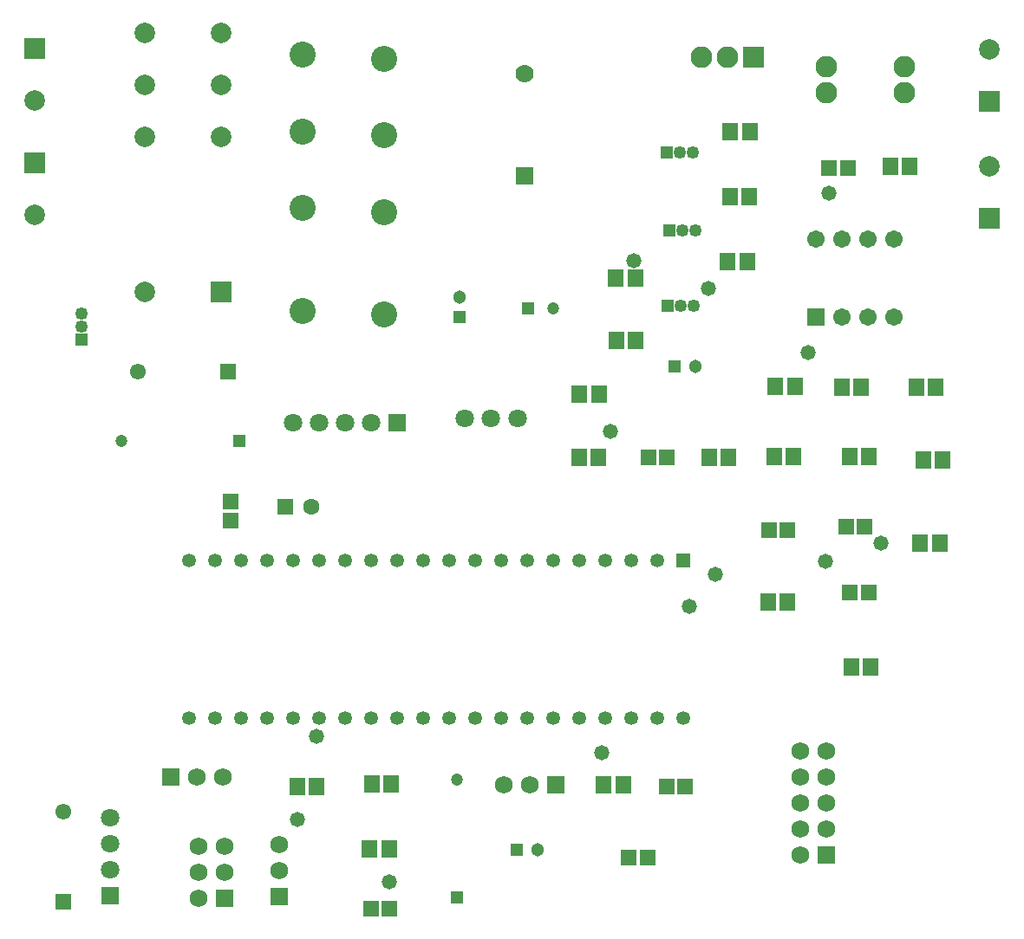
<source format=gbr>
%TF.GenerationSoftware,Altium Limited,Altium Designer,23.0.1 (38)*%
G04 Layer_Color=8388736*
%FSLAX26Y26*%
%MOIN*%
%TF.SameCoordinates,CFC2B011-0ACB-40EE-8827-5318C0CA6053*%
%TF.FilePolarity,Negative*%
%TF.FileFunction,Soldermask,Top*%
%TF.Part,Single*%
G01*
G75*
%TA.AperFunction,SMDPad,CuDef*%
%ADD11R,0.059238X0.061268*%
%ADD12R,0.061268X0.059238*%
%TA.AperFunction,ComponentPad*%
%ADD25C,0.070000*%
%ADD26R,0.070000X0.070000*%
%ADD35R,0.061024X0.061024*%
%ADD36C,0.061024*%
%ADD39R,0.061024X0.061024*%
%ADD40R,0.078740X0.078740*%
%ADD41C,0.078740*%
%ADD42C,0.047244*%
%ADD43R,0.047244X0.047244*%
%ADD44R,0.047244X0.047244*%
%ADD45R,0.053150X0.053150*%
%ADD46C,0.053150*%
%TA.AperFunction,SMDPad,CuDef*%
%ADD61R,0.063118X0.069024*%
%TA.AperFunction,ComponentPad*%
%ADD62C,0.078866*%
%ADD63R,0.078866X0.078866*%
%ADD64C,0.067055*%
%ADD65R,0.067055X0.067055*%
%ADD66R,0.051307X0.051307*%
%ADD67C,0.051307*%
%ADD68R,0.083591X0.083591*%
%ADD69C,0.083591*%
%ADD70C,0.083000*%
%ADD71R,0.049339X0.049339*%
%ADD72C,0.049339*%
%ADD73R,0.051307X0.051307*%
%ADD74C,0.063118*%
%ADD75R,0.063118X0.063118*%
%ADD76R,0.069024X0.069024*%
%ADD77C,0.069024*%
%ADD78R,0.049339X0.049339*%
%ADD79C,0.070992*%
%ADD80R,0.069024X0.069024*%
%ADD81R,0.070992X0.070992*%
%ADD82C,0.100126*%
%ADD83R,0.070992X0.070992*%
%TA.AperFunction,ViaPad*%
%ADD84C,0.058000*%
D11*
X4329536Y4865000D02*
D03*
X4400464D02*
D03*
X4019072Y5105000D02*
D03*
X4090000D02*
D03*
X4314536Y5120000D02*
D03*
X4385464D02*
D03*
X4249536Y6500000D02*
D03*
X4320464D02*
D03*
X3554536Y5385000D02*
D03*
X3625464D02*
D03*
X2489072Y3650000D02*
D03*
X2560000D02*
D03*
X3550928Y3845000D02*
D03*
X3480000D02*
D03*
X3624536Y4120000D02*
D03*
X3695464D02*
D03*
D12*
X1950000Y5215464D02*
D03*
Y5144536D02*
D03*
D25*
X3080000Y6864000D02*
D03*
D26*
Y6470000D02*
D03*
D35*
X1305000Y3675196D02*
D03*
D36*
Y4024804D02*
D03*
X1590196Y5715000D02*
D03*
D39*
X1939804D02*
D03*
D40*
X1912638Y6021654D02*
D03*
D41*
X1617362D02*
D03*
X1912638Y6820866D02*
D03*
Y6620866D02*
D03*
Y7020866D02*
D03*
X1617362D02*
D03*
Y6820866D02*
D03*
Y6620866D02*
D03*
D42*
X3189212Y5960000D02*
D03*
X2820000Y4145826D02*
D03*
X1529174Y5450000D02*
D03*
D43*
X3090788Y5960000D02*
D03*
X1980826Y5450000D02*
D03*
D44*
X2820000Y3694174D02*
D03*
D45*
X3690000Y4990000D02*
D03*
D46*
X3590000D02*
D03*
X3490000D02*
D03*
X3390000D02*
D03*
X3290000D02*
D03*
X3190000D02*
D03*
X3090000D02*
D03*
X2990000D02*
D03*
X2890000D02*
D03*
X2790000D02*
D03*
X2690000D02*
D03*
X2590000D02*
D03*
X2490000D02*
D03*
X2390000D02*
D03*
X2290000D02*
D03*
X2190000D02*
D03*
X2090000D02*
D03*
X1990000D02*
D03*
X1890000D02*
D03*
X1790000D02*
D03*
Y4382500D02*
D03*
X1890000D02*
D03*
X1990000D02*
D03*
X2090000D02*
D03*
X2190000D02*
D03*
X2290000D02*
D03*
X2390000D02*
D03*
X2490000D02*
D03*
X2590000D02*
D03*
X2690000D02*
D03*
X2790000D02*
D03*
X2890000D02*
D03*
X2990000D02*
D03*
X3090000D02*
D03*
X3190000D02*
D03*
X3290000D02*
D03*
X3390000D02*
D03*
X3490000D02*
D03*
X3590000D02*
D03*
X3690000D02*
D03*
D61*
X4042598Y5660000D02*
D03*
X4117402D02*
D03*
X4327598Y5390000D02*
D03*
X4402402D02*
D03*
X3787598Y5385000D02*
D03*
X3862402D02*
D03*
X4297598Y5655000D02*
D03*
X4372402D02*
D03*
X4037598Y5390000D02*
D03*
X4112402D02*
D03*
X4015196Y4830000D02*
D03*
X4090000D02*
D03*
X4485196Y6505000D02*
D03*
X4560000D02*
D03*
X4335000Y4580000D02*
D03*
X4409804D02*
D03*
X4610196Y5375000D02*
D03*
X4685000D02*
D03*
X4585000Y5655000D02*
D03*
X4659804D02*
D03*
X4600000Y5055000D02*
D03*
X4674804D02*
D03*
X3860000Y6140000D02*
D03*
X3934804D02*
D03*
X3870000Y6640000D02*
D03*
X3944804D02*
D03*
X3867598Y6390000D02*
D03*
X3942402D02*
D03*
X3382598Y4125000D02*
D03*
X3457402D02*
D03*
X2482598Y3880000D02*
D03*
X2557402D02*
D03*
X2205000Y4120000D02*
D03*
X2279804D02*
D03*
X2490196Y4130000D02*
D03*
X2565000D02*
D03*
X3430196Y5835000D02*
D03*
X3505000D02*
D03*
X3430000Y6075000D02*
D03*
X3504804D02*
D03*
X3290000Y5630000D02*
D03*
X3364804D02*
D03*
X3287598Y5385000D02*
D03*
X3362402D02*
D03*
D62*
X4865000Y6955000D02*
D03*
Y6505000D02*
D03*
X1195000Y6320000D02*
D03*
Y6760000D02*
D03*
D63*
X4865000Y6755000D02*
D03*
Y6305000D02*
D03*
X1195000Y6520000D02*
D03*
Y6960000D02*
D03*
D64*
X4500000Y6225000D02*
D03*
X4400000D02*
D03*
X4300000D02*
D03*
X4200000D02*
D03*
X4500000Y5925000D02*
D03*
X4400000D02*
D03*
X4300000D02*
D03*
D65*
X4200000D02*
D03*
D66*
X3656260Y5735000D02*
D03*
X3050000Y3875000D02*
D03*
D67*
X3735000Y5735000D02*
D03*
X3128740Y3875000D02*
D03*
X2830000Y6003740D02*
D03*
D68*
X3960000Y6925000D02*
D03*
D69*
X3860000D02*
D03*
X3760000D02*
D03*
D70*
X4540000Y6890000D02*
D03*
Y6790000D02*
D03*
X4240000D02*
D03*
Y6890000D02*
D03*
D71*
X3630000Y5970000D02*
D03*
X3635000Y6260000D02*
D03*
X3625000Y6560000D02*
D03*
D72*
X3680000Y5970000D02*
D03*
X3730000D02*
D03*
X3685000Y6260000D02*
D03*
X3735000D02*
D03*
X3675000Y6560000D02*
D03*
X3725000D02*
D03*
X1375000Y5890000D02*
D03*
Y5940000D02*
D03*
D73*
X2830000Y5925000D02*
D03*
D74*
X2260000Y5195000D02*
D03*
D75*
X2160000D02*
D03*
D76*
X4240000Y3855000D02*
D03*
X1925000Y3690000D02*
D03*
X2135000Y3695000D02*
D03*
D77*
X4240000Y3955000D02*
D03*
Y4055000D02*
D03*
Y4155000D02*
D03*
Y4255000D02*
D03*
X4140000Y3855000D02*
D03*
Y3955000D02*
D03*
Y4055000D02*
D03*
Y4155000D02*
D03*
Y4255000D02*
D03*
X1825000Y3890000D02*
D03*
Y3790000D02*
D03*
X1925000Y3890000D02*
D03*
Y3790000D02*
D03*
X1825000Y3690000D02*
D03*
X3000000Y4125000D02*
D03*
X3100000D02*
D03*
X2135000Y3895000D02*
D03*
Y3795000D02*
D03*
X1920000Y4155000D02*
D03*
X1820000D02*
D03*
D78*
X1375000Y5840000D02*
D03*
D79*
X3050788Y5535000D02*
D03*
X2850000D02*
D03*
X2948426D02*
D03*
X1485000Y4000000D02*
D03*
Y3900000D02*
D03*
Y3800000D02*
D03*
X2390000Y5520000D02*
D03*
X2490000D02*
D03*
X2290000D02*
D03*
X2190000D02*
D03*
D80*
X3200000Y4125000D02*
D03*
X1720000Y4155000D02*
D03*
D81*
X1485000Y3700000D02*
D03*
D82*
X2540000Y6920276D02*
D03*
Y6625000D02*
D03*
Y6329724D02*
D03*
Y5936024D02*
D03*
X2225000Y6935552D02*
D03*
Y6640276D02*
D03*
Y6345000D02*
D03*
Y5951300D02*
D03*
D83*
X2590000Y5520000D02*
D03*
D84*
X3500000Y6143000D02*
D03*
X4234448Y4985552D02*
D03*
X4170000Y5790000D02*
D03*
X4450000Y5055000D02*
D03*
X2279804Y4313000D02*
D03*
X3409000Y5488000D02*
D03*
X2557402Y3753000D02*
D03*
X2205000Y3992000D02*
D03*
X3713000Y4812000D02*
D03*
X3784000Y6037000D02*
D03*
X3812000Y4938000D02*
D03*
X3376000Y4249000D02*
D03*
X4249536Y6402000D02*
D03*
%TF.MD5,449ef928cc9510bdfced3555dd404db2*%
M02*

</source>
